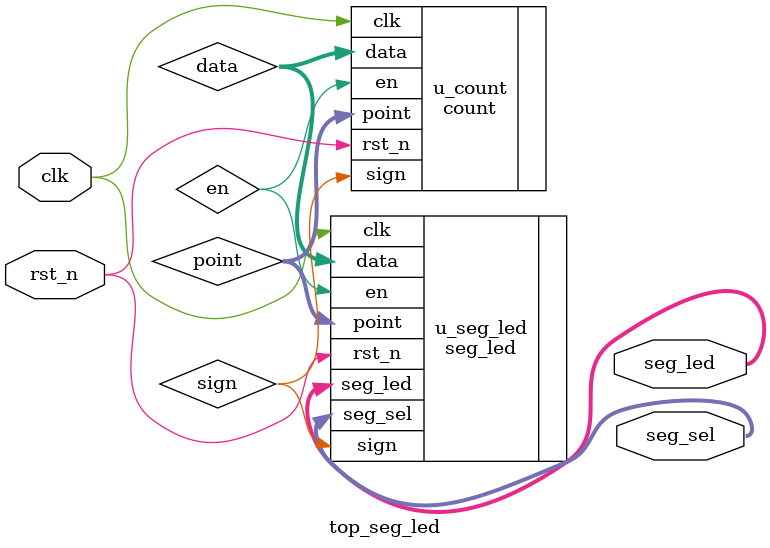
<source format=v>
`timescale 1ns / 1ps


module top_seg_led(
    input          clk    ,
    input          rst_n  ,

    output [5 : 0] seg_sel,
    output [7 : 0] seg_led
    );

wire [19 : 0] data ;
wire [5 : 0]  point;
wire          en   ;
wire          sign ;

seg_led u_seg_led (
    .clk         (clk)    ,
    .rst_n       (rst_n)  ,
    .data        (data)   ,
    .point       (point)  ,
    .en          (en)     ,
    .sign        (sign)   ,
    .seg_sel     (seg_sel),
    .seg_led     (seg_led)
);

count u_count (
    .clk         (clk)    ,
    .rst_n       (rst_n)  ,
    .data        (data)   ,
    .point       (point)  ,
    .en          (en)     ,
    .sign        (sign)
);

endmodule

</source>
